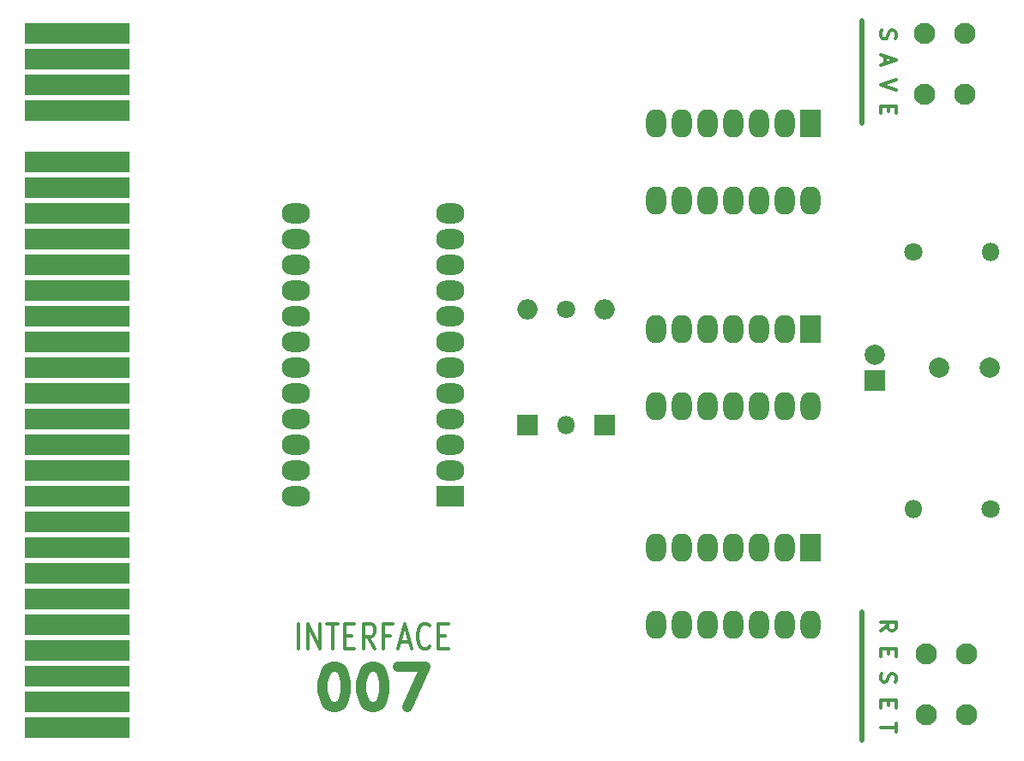
<source format=gts>
G04 #@! TF.FileFunction,Soldermask,Top*
%FSLAX46Y46*%
G04 Gerber Fmt 4.6, Leading zero omitted, Abs format (unit mm)*
G04 Created by KiCad (PCBNEW 4.0.6) date 06/02/17 16:23:04*
%MOMM*%
%LPD*%
G01*
G04 APERTURE LIST*
%ADD10C,0.100000*%
%ADD11C,0.300000*%
%ADD12C,1.000000*%
%ADD13C,0.508000*%
%ADD14C,0.200000*%
%ADD15R,2.800000X2.000000*%
%ADD16O,2.800000X2.000000*%
%ADD17C,2.000000*%
%ADD18C,1.800000*%
%ADD19O,1.800000X1.800000*%
%ADD20C,2.100000*%
%ADD21R,2.000000X2.800000*%
%ADD22O,2.000000X2.800000*%
%ADD23R,2.000000X2.000000*%
%ADD24O,2.000000X2.000000*%
%ADD25R,10.400000X2.100000*%
G04 APERTURE END LIST*
D10*
D11*
X112046666Y-112890952D02*
X112046666Y-110390952D01*
X112999047Y-112890952D02*
X112999047Y-110390952D01*
X114141905Y-112890952D01*
X114141905Y-110390952D01*
X114808571Y-110390952D02*
X115951428Y-110390952D01*
X115380000Y-112890952D02*
X115380000Y-110390952D01*
X116618095Y-111581429D02*
X117284762Y-111581429D01*
X117570476Y-112890952D02*
X116618095Y-112890952D01*
X116618095Y-110390952D01*
X117570476Y-110390952D01*
X119570477Y-112890952D02*
X118903810Y-111700476D01*
X118427619Y-112890952D02*
X118427619Y-110390952D01*
X119189524Y-110390952D01*
X119380000Y-110510000D01*
X119475239Y-110629048D01*
X119570477Y-110867143D01*
X119570477Y-111224286D01*
X119475239Y-111462381D01*
X119380000Y-111581429D01*
X119189524Y-111700476D01*
X118427619Y-111700476D01*
X121094286Y-111581429D02*
X120427619Y-111581429D01*
X120427619Y-112890952D02*
X120427619Y-110390952D01*
X121380000Y-110390952D01*
X122046667Y-112176667D02*
X122999048Y-112176667D01*
X121856191Y-112890952D02*
X122522858Y-110390952D01*
X123189525Y-112890952D01*
X124999049Y-112652857D02*
X124903811Y-112771905D01*
X124618096Y-112890952D01*
X124427620Y-112890952D01*
X124141906Y-112771905D01*
X123951430Y-112533810D01*
X123856191Y-112295714D01*
X123760953Y-111819524D01*
X123760953Y-111462381D01*
X123856191Y-110986190D01*
X123951430Y-110748095D01*
X124141906Y-110510000D01*
X124427620Y-110390952D01*
X124618096Y-110390952D01*
X124903811Y-110510000D01*
X124999049Y-110629048D01*
X125856191Y-111581429D02*
X126522858Y-111581429D01*
X126808572Y-112890952D02*
X125856191Y-112890952D01*
X125856191Y-110390952D01*
X126808572Y-110390952D01*
D12*
X115380000Y-114649524D02*
X115760952Y-114649524D01*
X116141904Y-114840000D01*
X116332381Y-115030476D01*
X116522857Y-115411429D01*
X116713333Y-116173333D01*
X116713333Y-117125714D01*
X116522857Y-117887619D01*
X116332381Y-118268571D01*
X116141904Y-118459048D01*
X115760952Y-118649524D01*
X115380000Y-118649524D01*
X114999047Y-118459048D01*
X114808571Y-118268571D01*
X114618095Y-117887619D01*
X114427619Y-117125714D01*
X114427619Y-116173333D01*
X114618095Y-115411429D01*
X114808571Y-115030476D01*
X114999047Y-114840000D01*
X115380000Y-114649524D01*
X119189524Y-114649524D02*
X119570476Y-114649524D01*
X119951428Y-114840000D01*
X120141905Y-115030476D01*
X120332381Y-115411429D01*
X120522857Y-116173333D01*
X120522857Y-117125714D01*
X120332381Y-117887619D01*
X120141905Y-118268571D01*
X119951428Y-118459048D01*
X119570476Y-118649524D01*
X119189524Y-118649524D01*
X118808571Y-118459048D01*
X118618095Y-118268571D01*
X118427619Y-117887619D01*
X118237143Y-117125714D01*
X118237143Y-116173333D01*
X118427619Y-115411429D01*
X118618095Y-115030476D01*
X118808571Y-114840000D01*
X119189524Y-114649524D01*
X121856191Y-114649524D02*
X124522857Y-114649524D01*
X122808572Y-118649524D01*
D13*
X167640000Y-109220000D02*
X167640000Y-121920000D01*
D11*
X169501429Y-111105715D02*
X170215714Y-110605715D01*
X169501429Y-110248572D02*
X171001429Y-110248572D01*
X171001429Y-110820000D01*
X170930000Y-110962858D01*
X170858571Y-111034286D01*
X170715714Y-111105715D01*
X170501429Y-111105715D01*
X170358571Y-111034286D01*
X170287143Y-110962858D01*
X170215714Y-110820000D01*
X170215714Y-110248572D01*
X170287143Y-112891429D02*
X170287143Y-113391429D01*
X169501429Y-113605715D02*
X169501429Y-112891429D01*
X171001429Y-112891429D01*
X171001429Y-113605715D01*
X169572857Y-115320000D02*
X169501429Y-115534286D01*
X169501429Y-115891429D01*
X169572857Y-116034286D01*
X169644286Y-116105715D01*
X169787143Y-116177143D01*
X169930000Y-116177143D01*
X170072857Y-116105715D01*
X170144286Y-116034286D01*
X170215714Y-115891429D01*
X170287143Y-115605715D01*
X170358571Y-115462857D01*
X170430000Y-115391429D01*
X170572857Y-115320000D01*
X170715714Y-115320000D01*
X170858571Y-115391429D01*
X170930000Y-115462857D01*
X171001429Y-115605715D01*
X171001429Y-115962857D01*
X170930000Y-116177143D01*
X170287143Y-117962857D02*
X170287143Y-118462857D01*
X169501429Y-118677143D02*
X169501429Y-117962857D01*
X171001429Y-117962857D01*
X171001429Y-118677143D01*
X171001429Y-120248571D02*
X171001429Y-121105714D01*
X169501429Y-120677143D02*
X171001429Y-120677143D01*
X169572857Y-51772858D02*
X169501429Y-51987144D01*
X169501429Y-52344287D01*
X169572857Y-52487144D01*
X169644286Y-52558573D01*
X169787143Y-52630001D01*
X169930000Y-52630001D01*
X170072857Y-52558573D01*
X170144286Y-52487144D01*
X170215714Y-52344287D01*
X170287143Y-52058573D01*
X170358571Y-51915715D01*
X170430000Y-51844287D01*
X170572857Y-51772858D01*
X170715714Y-51772858D01*
X170858571Y-51844287D01*
X170930000Y-51915715D01*
X171001429Y-52058573D01*
X171001429Y-52415715D01*
X170930000Y-52630001D01*
X169930000Y-54344286D02*
X169930000Y-55058572D01*
X169501429Y-54201429D02*
X171001429Y-54701429D01*
X169501429Y-55201429D01*
X171001429Y-56630000D02*
X169501429Y-57130000D01*
X171001429Y-57630000D01*
X170287143Y-59272857D02*
X170287143Y-59772857D01*
X169501429Y-59987143D02*
X169501429Y-59272857D01*
X171001429Y-59272857D01*
X171001429Y-59987143D01*
D14*
X167640000Y-60960000D02*
X167640000Y-59690000D01*
D13*
X167640000Y-50800000D02*
X167640000Y-60960000D01*
D15*
X127000000Y-97790000D03*
D16*
X111760000Y-69850000D03*
X127000000Y-95250000D03*
X111760000Y-72390000D03*
X127000000Y-92710000D03*
X111760000Y-74930000D03*
X127000000Y-90170000D03*
X111760000Y-77470000D03*
X127000000Y-87630000D03*
X111760000Y-80010000D03*
X127000000Y-85090000D03*
X111760000Y-82550000D03*
X127000000Y-82550000D03*
X111760000Y-85090000D03*
X127000000Y-80010000D03*
X111760000Y-87630000D03*
X127000000Y-77470000D03*
X111760000Y-90170000D03*
X127000000Y-74930000D03*
X111760000Y-92710000D03*
X127000000Y-72390000D03*
X111760000Y-95250000D03*
X127000000Y-69850000D03*
X111760000Y-97790000D03*
D17*
X175260000Y-85090000D03*
X180260000Y-85090000D03*
D18*
X172720000Y-73660000D03*
D19*
X180340000Y-73660000D03*
D18*
X180340000Y-99060000D03*
D19*
X172720000Y-99060000D03*
D20*
X173800000Y-58070000D03*
X173800000Y-52070000D03*
X177800000Y-58070000D03*
X177800000Y-52070000D03*
X177990000Y-113380000D03*
X177990000Y-119380000D03*
X173990000Y-113380000D03*
X173990000Y-119380000D03*
D21*
X162560000Y-81280000D03*
D22*
X147320000Y-88900000D03*
X160020000Y-81280000D03*
X149860000Y-88900000D03*
X157480000Y-81280000D03*
X152400000Y-88900000D03*
X154940000Y-81280000D03*
X154940000Y-88900000D03*
X152400000Y-81280000D03*
X157480000Y-88900000D03*
X149860000Y-81280000D03*
X160020000Y-88900000D03*
X147320000Y-81280000D03*
X162560000Y-88900000D03*
D21*
X162560000Y-102870000D03*
D22*
X147320000Y-110490000D03*
X160020000Y-102870000D03*
X149860000Y-110490000D03*
X157480000Y-102870000D03*
X152400000Y-110490000D03*
X154940000Y-102870000D03*
X154940000Y-110490000D03*
X152400000Y-102870000D03*
X157480000Y-110490000D03*
X149860000Y-102870000D03*
X160020000Y-110490000D03*
X147320000Y-102870000D03*
X162560000Y-110490000D03*
D21*
X162560000Y-60960000D03*
D22*
X147320000Y-68580000D03*
X160020000Y-60960000D03*
X149860000Y-68580000D03*
X157480000Y-60960000D03*
X152400000Y-68580000D03*
X154940000Y-60960000D03*
X154940000Y-68580000D03*
X152400000Y-60960000D03*
X157480000Y-68580000D03*
X149860000Y-60960000D03*
X160020000Y-68580000D03*
X147320000Y-60960000D03*
X162560000Y-68580000D03*
D18*
X138430000Y-79375000D03*
D19*
X138430000Y-90805000D03*
D23*
X134620000Y-90805000D03*
D24*
X134620000Y-79375000D03*
D23*
X142240000Y-90805000D03*
D24*
X142240000Y-79375000D03*
D25*
X90170000Y-120650000D03*
X90170000Y-118110000D03*
X90170000Y-115570000D03*
X90170000Y-113030000D03*
X90170000Y-110490000D03*
X90170000Y-107950000D03*
X90170000Y-105410000D03*
X90170000Y-102870000D03*
X90170000Y-100330000D03*
X90170000Y-97790000D03*
X90170000Y-95250000D03*
X90170000Y-92710000D03*
X90170000Y-90170000D03*
X90170000Y-87630000D03*
X90170000Y-85090000D03*
X90170000Y-82550000D03*
X90170000Y-80010000D03*
X90170000Y-77470000D03*
X90170000Y-74930000D03*
X90170000Y-72390000D03*
X90170000Y-69850000D03*
X90170000Y-67310000D03*
X90170000Y-52070000D03*
X90170000Y-54610000D03*
X90170000Y-57150000D03*
X90170000Y-59690000D03*
X90170000Y-64770000D03*
D23*
X168910000Y-86360000D03*
D17*
X168910000Y-83860000D03*
M02*

</source>
